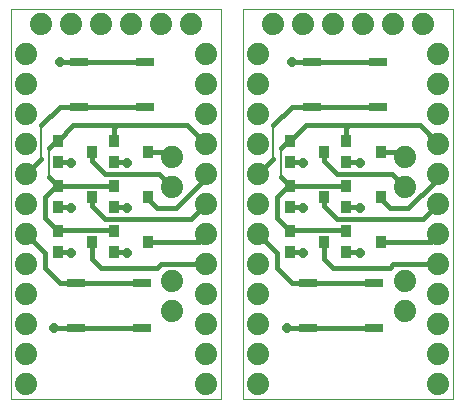
<source format=gtl>
G75*
G70*
%OFA0B0*%
%FSLAX25Y25*%
%IPPOS*%
%LPD*%
%AMOC8*
5,1,8,0,0,1.08239X$1,22.5*
%
%ADD12C,0.01600*%
%ADD14C,0.07400*%
%ADD15C,0.00800*%
%ADD19C,0.00000*%
%ADD20R,0.06000X0.03000*%
%ADD21OC8,0.03170*%
%ADD22R,0.03540X0.04330*%
X0010000Y0010000D02*
G75*
%LPD*%
D19*
X0010000Y0010000D02*
X0010000Y0139960D01*
X0079950Y0139960D01*
X0079950Y0010000D01*
X0010000Y0010000D01*
D14*
X0015000Y0015000D03*
X0015000Y0025000D03*
X0015000Y0035000D03*
X0015000Y0045000D03*
X0015000Y0055000D03*
X0015000Y0065000D03*
X0015000Y0075000D03*
X0015000Y0085000D03*
X0015000Y0095000D03*
X0015000Y0105000D03*
X0015000Y0115000D03*
X0015000Y0125000D03*
X0020000Y0135000D03*
X0030000Y0135000D03*
X0040000Y0135000D03*
X0050000Y0135000D03*
X0060000Y0135000D03*
X0070000Y0135000D03*
X0075000Y0125000D03*
X0075000Y0115000D03*
X0075000Y0105000D03*
X0075000Y0095000D03*
X0075000Y0085000D03*
X0075000Y0075000D03*
X0075000Y0065000D03*
X0075000Y0055000D03*
X0075000Y0045000D03*
X0075000Y0035000D03*
X0075000Y0025000D03*
X0075000Y0015000D03*
X0063750Y0039380D03*
X0063750Y0049380D03*
X0063750Y0080630D03*
X0063750Y0090630D03*
D22*
X0055710Y0092500D03*
X0044290Y0088920D03*
X0044290Y0096080D03*
X0036960Y0092500D03*
X0044290Y0081080D03*
X0044290Y0073920D03*
X0044290Y0066080D03*
X0044290Y0058920D03*
X0036960Y0062500D03*
X0036960Y0077500D03*
X0025540Y0073920D03*
X0025540Y0081080D03*
X0025540Y0088920D03*
X0025540Y0096080D03*
X0025540Y0066080D03*
X0025540Y0058920D03*
X0055710Y0062500D03*
X0055710Y0077500D03*
D20*
X0053500Y0048750D03*
X0053500Y0033750D03*
X0031500Y0033750D03*
X0031500Y0048750D03*
X0032750Y0107500D03*
X0032750Y0122500D03*
X0054750Y0122500D03*
X0054750Y0107500D03*
D12*
X0032750Y0107500D01*
X0026250Y0107500D01*
X0020000Y0101250D01*
X0024830Y0096080D02*
X0022500Y0093750D01*
X0020000Y0090000D02*
X0015000Y0085000D01*
X0021250Y0077500D02*
X0021250Y0070370D01*
X0025540Y0066080D01*
X0025710Y0066250D02*
X0043750Y0066250D01*
X0041250Y0070000D02*
X0070000Y0070000D01*
X0075000Y0075000D01*
X0073750Y0082500D02*
X0073750Y0083750D01*
X0075000Y0085000D01*
X0073750Y0082500D02*
X0065000Y0073750D01*
X0058750Y0073750D01*
X0055710Y0076790D01*
X0055710Y0077500D01*
X0059380Y0085000D02*
X0063750Y0080630D01*
X0059380Y0085000D02*
X0041250Y0085000D01*
X0036960Y0089290D01*
X0036960Y0092500D01*
X0030710Y0101250D02*
X0025540Y0096080D01*
X0025540Y0088920D02*
X0029830Y0088920D01*
X0030000Y0088750D01*
X0022500Y0084120D02*
X0025540Y0081080D01*
X0044290Y0081080D01*
X0044290Y0073920D02*
X0048580Y0073920D01*
X0048750Y0073750D01*
X0041250Y0070000D02*
X0036960Y0074290D01*
X0036960Y0077500D01*
X0030000Y0073750D02*
X0029830Y0073920D01*
X0025540Y0073920D01*
X0021250Y0077500D02*
X0024830Y0081080D01*
X0015000Y0065000D02*
X0021250Y0058750D01*
X0021250Y0053750D01*
X0026250Y0048750D01*
X0031500Y0048750D01*
X0053500Y0048750D01*
X0058750Y0053750D02*
X0060000Y0055000D01*
X0075000Y0055000D01*
X0072500Y0062500D02*
X0075000Y0065000D01*
X0072500Y0062500D02*
X0055710Y0062500D01*
X0048750Y0058750D02*
X0048580Y0058920D01*
X0044290Y0058920D01*
X0040000Y0053750D02*
X0058750Y0053750D01*
X0053500Y0033750D02*
X0031500Y0033750D01*
X0024380Y0033750D01*
X0040000Y0053750D02*
X0036960Y0056790D01*
X0036960Y0062500D01*
X0030000Y0058750D02*
X0029830Y0058920D01*
X0025540Y0058920D01*
X0044290Y0088920D02*
X0048580Y0088920D01*
X0048750Y0088750D01*
X0044290Y0096080D02*
X0044290Y0100540D01*
X0045000Y0101250D01*
X0030710Y0101250D01*
X0045000Y0101250D02*
X0068750Y0101250D01*
X0075000Y0095000D01*
X0063750Y0090630D02*
X0061880Y0092500D01*
X0055710Y0092500D01*
X0054750Y0122500D02*
X0032750Y0122500D01*
X0026250Y0122500D01*
D21*
X0026250Y0122500D03*
X0030000Y0088750D03*
X0030000Y0073750D03*
X0030000Y0058750D03*
X0024380Y0033750D03*
X0048750Y0058750D03*
X0048750Y0073750D03*
X0048750Y0088750D03*
D15*
X0043750Y0066250D02*
X0043920Y0066080D01*
X0044290Y0066080D01*
X0025710Y0066250D02*
X0025540Y0066080D01*
X0025540Y0081080D02*
X0024830Y0081080D01*
X0022500Y0084120D02*
X0022500Y0093750D01*
X0024830Y0096080D02*
X0025540Y0096080D01*
X0020000Y0101250D02*
X0020000Y0090000D01*
X0087450Y0010000D02*
G75*
%LPD*%
D19*
X0087450Y0010000D02*
X0087450Y0139960D01*
X0157400Y0139960D01*
X0157400Y0010000D01*
X0087450Y0010000D01*
D14*
X0092450Y0015000D03*
X0092450Y0025000D03*
X0092450Y0035000D03*
X0092450Y0045000D03*
X0092450Y0055000D03*
X0092450Y0065000D03*
X0092450Y0075000D03*
X0092450Y0085000D03*
X0092450Y0095000D03*
X0092450Y0105000D03*
X0092450Y0115000D03*
X0092450Y0125000D03*
X0097450Y0135000D03*
X0107450Y0135000D03*
X0117450Y0135000D03*
X0127450Y0135000D03*
X0137450Y0135000D03*
X0147450Y0135000D03*
X0152450Y0125000D03*
X0152450Y0115000D03*
X0152450Y0105000D03*
X0152450Y0095000D03*
X0152450Y0085000D03*
X0152450Y0075000D03*
X0152450Y0065000D03*
X0152450Y0055000D03*
X0152450Y0045000D03*
X0152450Y0035000D03*
X0152450Y0025000D03*
X0152450Y0015000D03*
X0141200Y0039380D03*
X0141200Y0049380D03*
X0141200Y0080630D03*
X0141200Y0090630D03*
D22*
X0133160Y0092500D03*
X0121740Y0088920D03*
X0121740Y0096080D03*
X0114410Y0092500D03*
X0121740Y0081080D03*
X0121740Y0073920D03*
X0121740Y0066080D03*
X0121740Y0058920D03*
X0114410Y0062500D03*
X0114410Y0077500D03*
X0102990Y0073920D03*
X0102990Y0081080D03*
X0102990Y0088920D03*
X0102990Y0096080D03*
X0102990Y0066080D03*
X0102990Y0058920D03*
X0133160Y0062500D03*
X0133160Y0077500D03*
D20*
X0130950Y0048750D03*
X0130950Y0033750D03*
X0108950Y0033750D03*
X0108950Y0048750D03*
X0110200Y0107500D03*
X0110200Y0122500D03*
X0132200Y0122500D03*
X0132200Y0107500D03*
D12*
X0110200Y0107500D01*
X0103700Y0107500D01*
X0097450Y0101250D01*
X0102280Y0096080D02*
X0099950Y0093750D01*
X0097450Y0090000D02*
X0092450Y0085000D01*
X0098700Y0077500D02*
X0098700Y0070370D01*
X0102990Y0066080D01*
X0103160Y0066250D02*
X0121200Y0066250D01*
X0118700Y0070000D02*
X0147450Y0070000D01*
X0152450Y0075000D01*
X0151200Y0082500D02*
X0151200Y0083750D01*
X0152450Y0085000D01*
X0151200Y0082500D02*
X0142450Y0073750D01*
X0136200Y0073750D01*
X0133160Y0076790D01*
X0133160Y0077500D01*
X0136830Y0085000D02*
X0141200Y0080630D01*
X0136830Y0085000D02*
X0118700Y0085000D01*
X0114410Y0089290D01*
X0114410Y0092500D01*
X0108160Y0101250D02*
X0102990Y0096080D01*
X0102990Y0088920D02*
X0107280Y0088920D01*
X0107450Y0088750D01*
X0099950Y0084120D02*
X0102990Y0081080D01*
X0121740Y0081080D01*
X0121740Y0073920D02*
X0126030Y0073920D01*
X0126200Y0073750D01*
X0118700Y0070000D02*
X0114410Y0074290D01*
X0114410Y0077500D01*
X0107450Y0073750D02*
X0107280Y0073920D01*
X0102990Y0073920D01*
X0098700Y0077500D02*
X0102280Y0081080D01*
X0092450Y0065000D02*
X0098700Y0058750D01*
X0098700Y0053750D01*
X0103700Y0048750D01*
X0108950Y0048750D01*
X0130950Y0048750D01*
X0136200Y0053750D02*
X0137450Y0055000D01*
X0152450Y0055000D01*
X0149950Y0062500D02*
X0152450Y0065000D01*
X0149950Y0062500D02*
X0133160Y0062500D01*
X0126200Y0058750D02*
X0126030Y0058920D01*
X0121740Y0058920D01*
X0117450Y0053750D02*
X0136200Y0053750D01*
X0130950Y0033750D02*
X0108950Y0033750D01*
X0101830Y0033750D01*
X0117450Y0053750D02*
X0114410Y0056790D01*
X0114410Y0062500D01*
X0107450Y0058750D02*
X0107280Y0058920D01*
X0102990Y0058920D01*
X0121740Y0088920D02*
X0126030Y0088920D01*
X0126200Y0088750D01*
X0121740Y0096080D02*
X0121740Y0100540D01*
X0122450Y0101250D01*
X0108160Y0101250D01*
X0122450Y0101250D02*
X0146200Y0101250D01*
X0152450Y0095000D01*
X0141200Y0090630D02*
X0139330Y0092500D01*
X0133160Y0092500D01*
X0132200Y0122500D02*
X0110200Y0122500D01*
X0103700Y0122500D01*
D21*
X0103700Y0122500D03*
X0107450Y0088750D03*
X0107450Y0073750D03*
X0107450Y0058750D03*
X0101830Y0033750D03*
X0126200Y0058750D03*
X0126200Y0073750D03*
X0126200Y0088750D03*
D15*
X0121200Y0066250D02*
X0121370Y0066080D01*
X0121740Y0066080D01*
X0103160Y0066250D02*
X0102990Y0066080D01*
X0102990Y0081080D02*
X0102280Y0081080D01*
X0099950Y0084120D02*
X0099950Y0093750D01*
X0102280Y0096080D02*
X0102990Y0096080D01*
X0097450Y0101250D02*
X0097450Y0090000D01*
M02*

</source>
